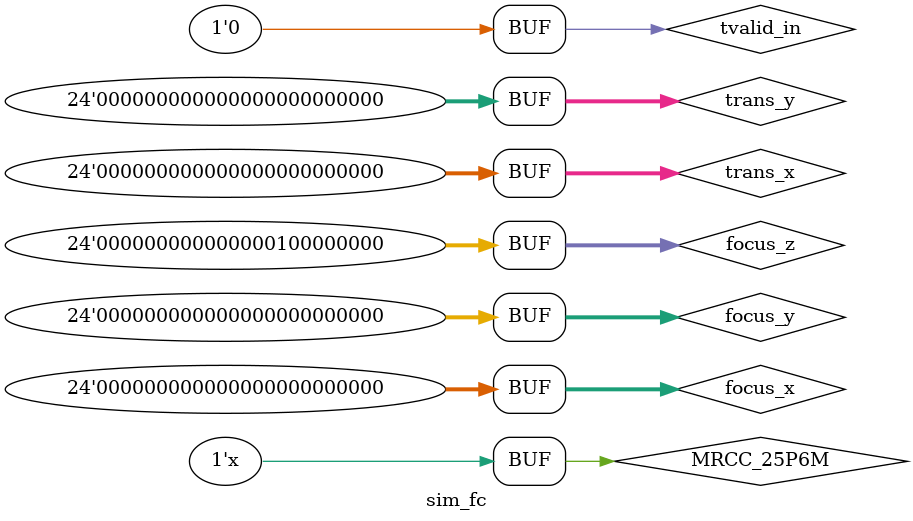
<source format=sv>
/*
 * File: sim_op_sel copy.sv
 * Project: new
 * Created Date: 02/03/2021
 * Author: Shun Suzuki
 * -----
 * Last Modified: 02/03/2021
 * Modified By: Shun Suzuki (suzuki@hapis.k.u-tokyo.ac.jp)
 * -----
 * Copyright (c) 2021 Hapis Lab. All rights reserved.
 * 
 */

`timescale 1ns / 1ps

module sim_fc();

logic MRCC_25P6M;

logic [7:0] phase;
logic phase_calc_done;

logic [23:0] focus_x;
logic [23:0] focus_y;
logic [23:0] focus_z;
logic [23:0] trans_x;
logic [23:0] trans_y;
logic tvalid_in;

focus_calculator focus_calculator(
                     .SYS_CLK(MRCC_25P6M),
                     .DVALID_IN(tvalid_in),
                     .FOCUS_X(focus_x),
                     .FOCUS_Y(focus_y),
                     .FOCUS_Z(focus_z),
                     .TRANS_X(trans_x),
                     .TRANS_Y(trans_y),
                     .TRANS_Z(0),
                     .PHASE(phase),
                     .PHASE_CALC_DONE(phase_calc_done)
                 );

initial begin
    MRCC_25P6M = 1;

    focus_x = 0;
    focus_y = 0;
    focus_z = 0;
    trans_x = 0;
    trans_y = 0;
    tvalid_in = 0;
    #(1000);
    focus_z = 24'd10;
    tvalid_in = 1;
    #(100);
    tvalid_in = 0;
    #(10000);
    focus_z = 24'd256;
    tvalid_in = 1;
    #(100);
    tvalid_in = 0;
end

// main clock 25.6MHz
always begin
    #19.531 MRCC_25P6M = !MRCC_25P6M;
    #19.531 MRCC_25P6M = !MRCC_25P6M;
    #19.531 MRCC_25P6M = !MRCC_25P6M;
    #19.532 MRCC_25P6M = !MRCC_25P6M;
end

endmodule

</source>
